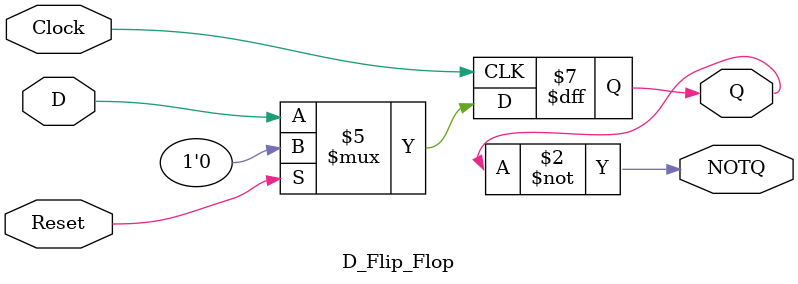
<source format=v>
module D_Flip_Flop(
    input D, 
    input Clock, 
    input Reset,
    output reg Q,
    output NOTQ
    );
    
    initial begin
        Q <= 0;
    end
    
    always @(posedge Clock) begin
        if (Reset) Q <= 0;
        else Q <= D;
     end
        assign NOTQ = ~Q; 
endmodule
</source>
